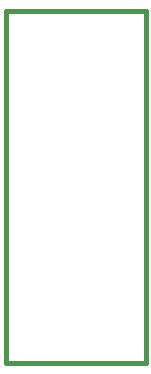
<source format=gbr>
G04 (created by PCBNEW-RS274X (2011-05-25)-stable) date Wed 02 Nov 2011 07:07:17 PM ART*
G01*
G70*
G90*
%MOIN*%
G04 Gerber Fmt 3.4, Leading zero omitted, Abs format*
%FSLAX34Y34*%
G04 APERTURE LIST*
%ADD10C,0.006000*%
%ADD11C,0.015000*%
G04 APERTURE END LIST*
G54D10*
G54D11*
X36077Y-14584D02*
X31412Y-14584D01*
X36077Y-26308D02*
X36077Y-14584D01*
X31412Y-26308D02*
X36077Y-26308D01*
X31412Y-14598D02*
X31412Y-26308D01*
M02*

</source>
